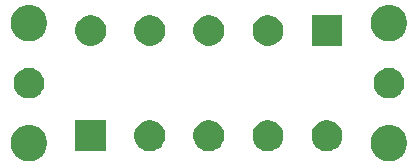
<source format=gbr>
G04 #@! TF.GenerationSoftware,KiCad,Pcbnew,5.1.5-52549c5~86~ubuntu18.04.1*
G04 #@! TF.CreationDate,2020-10-04T23:59:35-05:00*
G04 #@! TF.ProjectId,B05,4230352e-6b69-4636-9164-5f7063625858,rev?*
G04 #@! TF.SameCoordinates,Original*
G04 #@! TF.FileFunction,Soldermask,Bot*
G04 #@! TF.FilePolarity,Negative*
%FSLAX46Y46*%
G04 Gerber Fmt 4.6, Leading zero omitted, Abs format (unit mm)*
G04 Created by KiCad (PCBNEW 5.1.5-52549c5~86~ubuntu18.04.1) date 2020-10-04 23:59:35*
%MOMM*%
%LPD*%
G04 APERTURE LIST*
%ADD10C,0.100000*%
G04 APERTURE END LIST*
D10*
G36*
X24112585Y-32448802D02*
G01*
X24262410Y-32478604D01*
X24544674Y-32595521D01*
X24798705Y-32765259D01*
X25014741Y-32981295D01*
X25184479Y-33235326D01*
X25301396Y-33517590D01*
X25361000Y-33817240D01*
X25361000Y-34122760D01*
X25301396Y-34422410D01*
X25184479Y-34704674D01*
X25014741Y-34958705D01*
X24798705Y-35174741D01*
X24544674Y-35344479D01*
X24262410Y-35461396D01*
X24112585Y-35491198D01*
X23962761Y-35521000D01*
X23657239Y-35521000D01*
X23507415Y-35491198D01*
X23357590Y-35461396D01*
X23075326Y-35344479D01*
X22821295Y-35174741D01*
X22605259Y-34958705D01*
X22435521Y-34704674D01*
X22318604Y-34422410D01*
X22259000Y-34122760D01*
X22259000Y-33817240D01*
X22318604Y-33517590D01*
X22435521Y-33235326D01*
X22605259Y-32981295D01*
X22821295Y-32765259D01*
X23075326Y-32595521D01*
X23357590Y-32478604D01*
X23507415Y-32448802D01*
X23657239Y-32419000D01*
X23962761Y-32419000D01*
X24112585Y-32448802D01*
G37*
G36*
X54592585Y-32448802D02*
G01*
X54742410Y-32478604D01*
X55024674Y-32595521D01*
X55278705Y-32765259D01*
X55494741Y-32981295D01*
X55664479Y-33235326D01*
X55781396Y-33517590D01*
X55841000Y-33817240D01*
X55841000Y-34122760D01*
X55781396Y-34422410D01*
X55664479Y-34704674D01*
X55494741Y-34958705D01*
X55278705Y-35174741D01*
X55024674Y-35344479D01*
X54742410Y-35461396D01*
X54592585Y-35491198D01*
X54442761Y-35521000D01*
X54137239Y-35521000D01*
X53987415Y-35491198D01*
X53837590Y-35461396D01*
X53555326Y-35344479D01*
X53301295Y-35174741D01*
X53085259Y-34958705D01*
X52915521Y-34704674D01*
X52798604Y-34422410D01*
X52739000Y-34122760D01*
X52739000Y-33817240D01*
X52798604Y-33517590D01*
X52915521Y-33235326D01*
X53085259Y-32981295D01*
X53301295Y-32765259D01*
X53555326Y-32595521D01*
X53837590Y-32478604D01*
X53987415Y-32448802D01*
X54137239Y-32419000D01*
X54442761Y-32419000D01*
X54592585Y-32448802D01*
G37*
G36*
X49429487Y-32094196D02*
G01*
X49666253Y-32192268D01*
X49666255Y-32192269D01*
X49879339Y-32334647D01*
X50060553Y-32515861D01*
X50202932Y-32728947D01*
X50301004Y-32965713D01*
X50351000Y-33217061D01*
X50351000Y-33473339D01*
X50301004Y-33724687D01*
X50262667Y-33817240D01*
X50202931Y-33961455D01*
X50060553Y-34174539D01*
X49879339Y-34355753D01*
X49666255Y-34498131D01*
X49666254Y-34498132D01*
X49666253Y-34498132D01*
X49429487Y-34596204D01*
X49178139Y-34646200D01*
X48921861Y-34646200D01*
X48670513Y-34596204D01*
X48433747Y-34498132D01*
X48433746Y-34498132D01*
X48433745Y-34498131D01*
X48220661Y-34355753D01*
X48039447Y-34174539D01*
X47897069Y-33961455D01*
X47837333Y-33817240D01*
X47798996Y-33724687D01*
X47749000Y-33473339D01*
X47749000Y-33217061D01*
X47798996Y-32965713D01*
X47897068Y-32728947D01*
X48039447Y-32515861D01*
X48220661Y-32334647D01*
X48433745Y-32192269D01*
X48433747Y-32192268D01*
X48670513Y-32094196D01*
X48921861Y-32044200D01*
X49178139Y-32044200D01*
X49429487Y-32094196D01*
G37*
G36*
X30351000Y-34646200D02*
G01*
X27749000Y-34646200D01*
X27749000Y-32044200D01*
X30351000Y-32044200D01*
X30351000Y-34646200D01*
G37*
G36*
X34429487Y-32094196D02*
G01*
X34666253Y-32192268D01*
X34666255Y-32192269D01*
X34879339Y-32334647D01*
X35060553Y-32515861D01*
X35202932Y-32728947D01*
X35301004Y-32965713D01*
X35351000Y-33217061D01*
X35351000Y-33473339D01*
X35301004Y-33724687D01*
X35262667Y-33817240D01*
X35202931Y-33961455D01*
X35060553Y-34174539D01*
X34879339Y-34355753D01*
X34666255Y-34498131D01*
X34666254Y-34498132D01*
X34666253Y-34498132D01*
X34429487Y-34596204D01*
X34178139Y-34646200D01*
X33921861Y-34646200D01*
X33670513Y-34596204D01*
X33433747Y-34498132D01*
X33433746Y-34498132D01*
X33433745Y-34498131D01*
X33220661Y-34355753D01*
X33039447Y-34174539D01*
X32897069Y-33961455D01*
X32837333Y-33817240D01*
X32798996Y-33724687D01*
X32749000Y-33473339D01*
X32749000Y-33217061D01*
X32798996Y-32965713D01*
X32897068Y-32728947D01*
X33039447Y-32515861D01*
X33220661Y-32334647D01*
X33433745Y-32192269D01*
X33433747Y-32192268D01*
X33670513Y-32094196D01*
X33921861Y-32044200D01*
X34178139Y-32044200D01*
X34429487Y-32094196D01*
G37*
G36*
X39429487Y-32094196D02*
G01*
X39666253Y-32192268D01*
X39666255Y-32192269D01*
X39879339Y-32334647D01*
X40060553Y-32515861D01*
X40202932Y-32728947D01*
X40301004Y-32965713D01*
X40351000Y-33217061D01*
X40351000Y-33473339D01*
X40301004Y-33724687D01*
X40262667Y-33817240D01*
X40202931Y-33961455D01*
X40060553Y-34174539D01*
X39879339Y-34355753D01*
X39666255Y-34498131D01*
X39666254Y-34498132D01*
X39666253Y-34498132D01*
X39429487Y-34596204D01*
X39178139Y-34646200D01*
X38921861Y-34646200D01*
X38670513Y-34596204D01*
X38433747Y-34498132D01*
X38433746Y-34498132D01*
X38433745Y-34498131D01*
X38220661Y-34355753D01*
X38039447Y-34174539D01*
X37897069Y-33961455D01*
X37837333Y-33817240D01*
X37798996Y-33724687D01*
X37749000Y-33473339D01*
X37749000Y-33217061D01*
X37798996Y-32965713D01*
X37897068Y-32728947D01*
X38039447Y-32515861D01*
X38220661Y-32334647D01*
X38433745Y-32192269D01*
X38433747Y-32192268D01*
X38670513Y-32094196D01*
X38921861Y-32044200D01*
X39178139Y-32044200D01*
X39429487Y-32094196D01*
G37*
G36*
X44429487Y-32094196D02*
G01*
X44666253Y-32192268D01*
X44666255Y-32192269D01*
X44879339Y-32334647D01*
X45060553Y-32515861D01*
X45202932Y-32728947D01*
X45301004Y-32965713D01*
X45351000Y-33217061D01*
X45351000Y-33473339D01*
X45301004Y-33724687D01*
X45262667Y-33817240D01*
X45202931Y-33961455D01*
X45060553Y-34174539D01*
X44879339Y-34355753D01*
X44666255Y-34498131D01*
X44666254Y-34498132D01*
X44666253Y-34498132D01*
X44429487Y-34596204D01*
X44178139Y-34646200D01*
X43921861Y-34646200D01*
X43670513Y-34596204D01*
X43433747Y-34498132D01*
X43433746Y-34498132D01*
X43433745Y-34498131D01*
X43220661Y-34355753D01*
X43039447Y-34174539D01*
X42897069Y-33961455D01*
X42837333Y-33817240D01*
X42798996Y-33724687D01*
X42749000Y-33473339D01*
X42749000Y-33217061D01*
X42798996Y-32965713D01*
X42897068Y-32728947D01*
X43039447Y-32515861D01*
X43220661Y-32334647D01*
X43433745Y-32192269D01*
X43433747Y-32192268D01*
X43670513Y-32094196D01*
X43921861Y-32044200D01*
X44178139Y-32044200D01*
X44429487Y-32094196D01*
G37*
G36*
X24189393Y-27639304D02*
G01*
X24426101Y-27737352D01*
X24426103Y-27737353D01*
X24639135Y-27879696D01*
X24820304Y-28060865D01*
X24962647Y-28273897D01*
X24962648Y-28273899D01*
X25060696Y-28510607D01*
X25110680Y-28761893D01*
X25110680Y-29018107D01*
X25060696Y-29269393D01*
X24962648Y-29506101D01*
X24962647Y-29506103D01*
X24820304Y-29719135D01*
X24639135Y-29900304D01*
X24426103Y-30042647D01*
X24426102Y-30042648D01*
X24426101Y-30042648D01*
X24189393Y-30140696D01*
X23938107Y-30190680D01*
X23681893Y-30190680D01*
X23430607Y-30140696D01*
X23193899Y-30042648D01*
X23193898Y-30042648D01*
X23193897Y-30042647D01*
X22980865Y-29900304D01*
X22799696Y-29719135D01*
X22657353Y-29506103D01*
X22657352Y-29506101D01*
X22559304Y-29269393D01*
X22509320Y-29018107D01*
X22509320Y-28761893D01*
X22559304Y-28510607D01*
X22657352Y-28273899D01*
X22657353Y-28273897D01*
X22799696Y-28060865D01*
X22980865Y-27879696D01*
X23193897Y-27737353D01*
X23193899Y-27737352D01*
X23430607Y-27639304D01*
X23681893Y-27589320D01*
X23938107Y-27589320D01*
X24189393Y-27639304D01*
G37*
G36*
X54669393Y-27639304D02*
G01*
X54906101Y-27737352D01*
X54906103Y-27737353D01*
X55119135Y-27879696D01*
X55300304Y-28060865D01*
X55442647Y-28273897D01*
X55442648Y-28273899D01*
X55540696Y-28510607D01*
X55590680Y-28761893D01*
X55590680Y-29018107D01*
X55540696Y-29269393D01*
X55442648Y-29506101D01*
X55442647Y-29506103D01*
X55300304Y-29719135D01*
X55119135Y-29900304D01*
X54906103Y-30042647D01*
X54906102Y-30042648D01*
X54906101Y-30042648D01*
X54669393Y-30140696D01*
X54418107Y-30190680D01*
X54161893Y-30190680D01*
X53910607Y-30140696D01*
X53673899Y-30042648D01*
X53673898Y-30042648D01*
X53673897Y-30042647D01*
X53460865Y-29900304D01*
X53279696Y-29719135D01*
X53137353Y-29506103D01*
X53137352Y-29506101D01*
X53039304Y-29269393D01*
X52989320Y-29018107D01*
X52989320Y-28761893D01*
X53039304Y-28510607D01*
X53137352Y-28273899D01*
X53137353Y-28273897D01*
X53279696Y-28060865D01*
X53460865Y-27879696D01*
X53673897Y-27737353D01*
X53673899Y-27737352D01*
X53910607Y-27639304D01*
X54161893Y-27589320D01*
X54418107Y-27589320D01*
X54669393Y-27639304D01*
G37*
G36*
X44429487Y-23183796D02*
G01*
X44666253Y-23281868D01*
X44666255Y-23281869D01*
X44879339Y-23424247D01*
X45060553Y-23605461D01*
X45095151Y-23657240D01*
X45202932Y-23818547D01*
X45301004Y-24055313D01*
X45351000Y-24306661D01*
X45351000Y-24562939D01*
X45301004Y-24814287D01*
X45217973Y-25014740D01*
X45202931Y-25051055D01*
X45060553Y-25264139D01*
X44879339Y-25445353D01*
X44666255Y-25587731D01*
X44666254Y-25587732D01*
X44666253Y-25587732D01*
X44429487Y-25685804D01*
X44178139Y-25735800D01*
X43921861Y-25735800D01*
X43670513Y-25685804D01*
X43433747Y-25587732D01*
X43433746Y-25587732D01*
X43433745Y-25587731D01*
X43220661Y-25445353D01*
X43039447Y-25264139D01*
X42897069Y-25051055D01*
X42882027Y-25014740D01*
X42798996Y-24814287D01*
X42749000Y-24562939D01*
X42749000Y-24306661D01*
X42798996Y-24055313D01*
X42897068Y-23818547D01*
X43004850Y-23657240D01*
X43039447Y-23605461D01*
X43220661Y-23424247D01*
X43433745Y-23281869D01*
X43433747Y-23281868D01*
X43670513Y-23183796D01*
X43921861Y-23133800D01*
X44178139Y-23133800D01*
X44429487Y-23183796D01*
G37*
G36*
X50351000Y-25735800D02*
G01*
X47749000Y-25735800D01*
X47749000Y-23133800D01*
X50351000Y-23133800D01*
X50351000Y-25735800D01*
G37*
G36*
X39429487Y-23183796D02*
G01*
X39666253Y-23281868D01*
X39666255Y-23281869D01*
X39879339Y-23424247D01*
X40060553Y-23605461D01*
X40095151Y-23657240D01*
X40202932Y-23818547D01*
X40301004Y-24055313D01*
X40351000Y-24306661D01*
X40351000Y-24562939D01*
X40301004Y-24814287D01*
X40217973Y-25014740D01*
X40202931Y-25051055D01*
X40060553Y-25264139D01*
X39879339Y-25445353D01*
X39666255Y-25587731D01*
X39666254Y-25587732D01*
X39666253Y-25587732D01*
X39429487Y-25685804D01*
X39178139Y-25735800D01*
X38921861Y-25735800D01*
X38670513Y-25685804D01*
X38433747Y-25587732D01*
X38433746Y-25587732D01*
X38433745Y-25587731D01*
X38220661Y-25445353D01*
X38039447Y-25264139D01*
X37897069Y-25051055D01*
X37882027Y-25014740D01*
X37798996Y-24814287D01*
X37749000Y-24562939D01*
X37749000Y-24306661D01*
X37798996Y-24055313D01*
X37897068Y-23818547D01*
X38004850Y-23657240D01*
X38039447Y-23605461D01*
X38220661Y-23424247D01*
X38433745Y-23281869D01*
X38433747Y-23281868D01*
X38670513Y-23183796D01*
X38921861Y-23133800D01*
X39178139Y-23133800D01*
X39429487Y-23183796D01*
G37*
G36*
X34429487Y-23183796D02*
G01*
X34666253Y-23281868D01*
X34666255Y-23281869D01*
X34879339Y-23424247D01*
X35060553Y-23605461D01*
X35095151Y-23657240D01*
X35202932Y-23818547D01*
X35301004Y-24055313D01*
X35351000Y-24306661D01*
X35351000Y-24562939D01*
X35301004Y-24814287D01*
X35217973Y-25014740D01*
X35202931Y-25051055D01*
X35060553Y-25264139D01*
X34879339Y-25445353D01*
X34666255Y-25587731D01*
X34666254Y-25587732D01*
X34666253Y-25587732D01*
X34429487Y-25685804D01*
X34178139Y-25735800D01*
X33921861Y-25735800D01*
X33670513Y-25685804D01*
X33433747Y-25587732D01*
X33433746Y-25587732D01*
X33433745Y-25587731D01*
X33220661Y-25445353D01*
X33039447Y-25264139D01*
X32897069Y-25051055D01*
X32882027Y-25014740D01*
X32798996Y-24814287D01*
X32749000Y-24562939D01*
X32749000Y-24306661D01*
X32798996Y-24055313D01*
X32897068Y-23818547D01*
X33004850Y-23657240D01*
X33039447Y-23605461D01*
X33220661Y-23424247D01*
X33433745Y-23281869D01*
X33433747Y-23281868D01*
X33670513Y-23183796D01*
X33921861Y-23133800D01*
X34178139Y-23133800D01*
X34429487Y-23183796D01*
G37*
G36*
X29429487Y-23183796D02*
G01*
X29666253Y-23281868D01*
X29666255Y-23281869D01*
X29879339Y-23424247D01*
X30060553Y-23605461D01*
X30095151Y-23657240D01*
X30202932Y-23818547D01*
X30301004Y-24055313D01*
X30351000Y-24306661D01*
X30351000Y-24562939D01*
X30301004Y-24814287D01*
X30217973Y-25014740D01*
X30202931Y-25051055D01*
X30060553Y-25264139D01*
X29879339Y-25445353D01*
X29666255Y-25587731D01*
X29666254Y-25587732D01*
X29666253Y-25587732D01*
X29429487Y-25685804D01*
X29178139Y-25735800D01*
X28921861Y-25735800D01*
X28670513Y-25685804D01*
X28433747Y-25587732D01*
X28433746Y-25587732D01*
X28433745Y-25587731D01*
X28220661Y-25445353D01*
X28039447Y-25264139D01*
X27897069Y-25051055D01*
X27882027Y-25014740D01*
X27798996Y-24814287D01*
X27749000Y-24562939D01*
X27749000Y-24306661D01*
X27798996Y-24055313D01*
X27897068Y-23818547D01*
X28004850Y-23657240D01*
X28039447Y-23605461D01*
X28220661Y-23424247D01*
X28433745Y-23281869D01*
X28433747Y-23281868D01*
X28670513Y-23183796D01*
X28921861Y-23133800D01*
X29178139Y-23133800D01*
X29429487Y-23183796D01*
G37*
G36*
X24112585Y-22288802D02*
G01*
X24262410Y-22318604D01*
X24544674Y-22435521D01*
X24798705Y-22605259D01*
X25014741Y-22821295D01*
X25184479Y-23075326D01*
X25301396Y-23357590D01*
X25361000Y-23657240D01*
X25361000Y-23962760D01*
X25301396Y-24262410D01*
X25184479Y-24544674D01*
X25014741Y-24798705D01*
X24798705Y-25014741D01*
X24544674Y-25184479D01*
X24262410Y-25301396D01*
X24112585Y-25331198D01*
X23962761Y-25361000D01*
X23657239Y-25361000D01*
X23507415Y-25331198D01*
X23357590Y-25301396D01*
X23075326Y-25184479D01*
X22821295Y-25014741D01*
X22605259Y-24798705D01*
X22435521Y-24544674D01*
X22318604Y-24262410D01*
X22259000Y-23962760D01*
X22259000Y-23657240D01*
X22318604Y-23357590D01*
X22435521Y-23075326D01*
X22605259Y-22821295D01*
X22821295Y-22605259D01*
X23075326Y-22435521D01*
X23357590Y-22318604D01*
X23507415Y-22288802D01*
X23657239Y-22259000D01*
X23962761Y-22259000D01*
X24112585Y-22288802D01*
G37*
G36*
X54592585Y-22288802D02*
G01*
X54742410Y-22318604D01*
X55024674Y-22435521D01*
X55278705Y-22605259D01*
X55494741Y-22821295D01*
X55664479Y-23075326D01*
X55781396Y-23357590D01*
X55841000Y-23657240D01*
X55841000Y-23962760D01*
X55781396Y-24262410D01*
X55664479Y-24544674D01*
X55494741Y-24798705D01*
X55278705Y-25014741D01*
X55024674Y-25184479D01*
X54742410Y-25301396D01*
X54592585Y-25331198D01*
X54442761Y-25361000D01*
X54137239Y-25361000D01*
X53987415Y-25331198D01*
X53837590Y-25301396D01*
X53555326Y-25184479D01*
X53301295Y-25014741D01*
X53085259Y-24798705D01*
X52915521Y-24544674D01*
X52798604Y-24262410D01*
X52739000Y-23962760D01*
X52739000Y-23657240D01*
X52798604Y-23357590D01*
X52915521Y-23075326D01*
X53085259Y-22821295D01*
X53301295Y-22605259D01*
X53555326Y-22435521D01*
X53837590Y-22318604D01*
X53987415Y-22288802D01*
X54137239Y-22259000D01*
X54442761Y-22259000D01*
X54592585Y-22288802D01*
G37*
M02*

</source>
